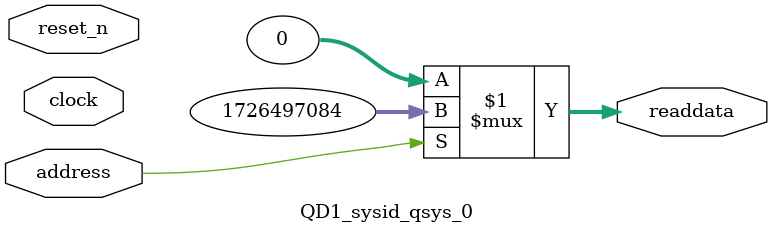
<source format=v>



// synthesis translate_off
`timescale 1ns / 1ps
// synthesis translate_on

// turn off superfluous verilog processor warnings 
// altera message_level Level1 
// altera message_off 10034 10035 10036 10037 10230 10240 10030 

module QD1_sysid_qsys_0 (
               // inputs:
                address,
                clock,
                reset_n,

               // outputs:
                readdata
             )
;

  output  [ 31: 0] readdata;
  input            address;
  input            clock;
  input            reset_n;

  wire    [ 31: 0] readdata;
  //control_slave, which is an e_avalon_slave
  assign readdata = address ? 1726497084 : 0;

endmodule



</source>
